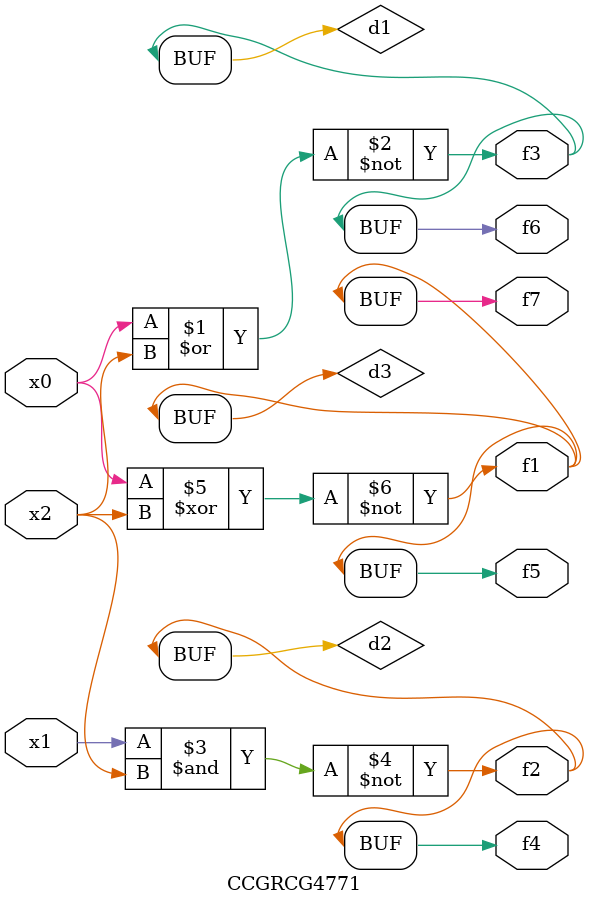
<source format=v>
module CCGRCG4771(
	input x0, x1, x2,
	output f1, f2, f3, f4, f5, f6, f7
);

	wire d1, d2, d3;

	nor (d1, x0, x2);
	nand (d2, x1, x2);
	xnor (d3, x0, x2);
	assign f1 = d3;
	assign f2 = d2;
	assign f3 = d1;
	assign f4 = d2;
	assign f5 = d3;
	assign f6 = d1;
	assign f7 = d3;
endmodule

</source>
